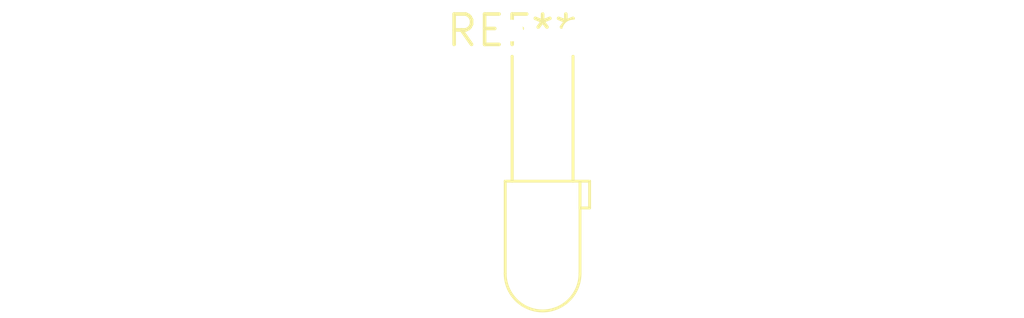
<source format=kicad_pcb>
(kicad_pcb (version 20240108) (generator pcbnew)
  (layers (0 "F.Cu" signal) (31 "B.Cu" signal) (34 "B.Paste" user) (35 "F.Paste" user) (36 "B.SilkS" user "B.Silkscreen") (37 "F.SilkS" user "F.Silkscreen") (38 "B.Mask" user) (39 "F.Mask" user) (44 "Edge.Cuts" user))
  (net 0 "")
  (footprint "LED_D3.0mm_Horizontal_O6.35mm_Z10.0mm" (layer "F.Cu") (at 0 0)
    (property "Reference" "REF**")
    (property "Value" "LED_D3.0mm_Horizontal_O6.35mm_Z10.0mm")
    (fp_line (start -0.29 6.29) (end -0.29 10.15) (layer "F.SilkS") (stroke (width 0.12)))
    (fp_line (start -0.29 6.29) (end 2.83 6.29) (layer "F.SilkS") (stroke (width 0.12)))
    (fp_line (start 0 1.08) (end 0 1.08) (layer "F.SilkS") (stroke (width 0.12)))
    (fp_line (start 0 1.08) (end 0 6.29) (layer "F.SilkS") (stroke (width 0.12)))
    (fp_line (start 0 6.29) (end 0 1.08) (layer "F.SilkS") (stroke (width 0.12)))
    (fp_line (start 0 6.29) (end 0 6.29) (layer "F.SilkS") (stroke (width 0.12)))
    (fp_line (start 2.54 1.08) (end 2.54 1.08) (layer "F.SilkS") (stroke (width 0.12)))
    (fp_line (start 2.54 1.08) (end 2.54 6.29) (layer "F.SilkS") (stroke (width 0.12)))
    (fp_line (start 2.54 6.29) (end 2.54 1.08) (layer "F.SilkS") (stroke (width 0.12)))
    (fp_line (start 2.54 6.29) (end 2.54 6.29) (layer "F.SilkS") (stroke (width 0.12)))
    (fp_line (start 2.83 6.29) (end 2.83 10.15) (layer "F.SilkS") (stroke (width 0.12)))
    (fp_line (start 2.83 6.29) (end 3.23 6.29) (layer "F.SilkS") (stroke (width 0.12)))
    (fp_line (start 2.83 7.41) (end 2.83 6.29) (layer "F.SilkS") (stroke (width 0.12)))
    (fp_line (start 3.23 6.29) (end 3.23 7.41) (layer "F.SilkS") (stroke (width 0.12)))
    (fp_line (start 3.23 7.41) (end 2.83 7.41) (layer "F.SilkS") (stroke (width 0.12)))
    (fp_arc (start 2.83 10.15) (mid 1.27 11.71) (end -0.29 10.15) (layer "F.SilkS") (stroke (width 0.12)))
    (pad "1" thru_hole rect (at 0 0) (size 1.8 1.8) (drill 0.9) (layers *.Cu *.Mask) (remove_unused_layers))
    (pad "2" thru_hole circle (at 2.54 0) (size 1.8 1.8) (drill 0.9) (layers *.Cu *.Mask) (remove_unused_layers))
  )
)
</source>
